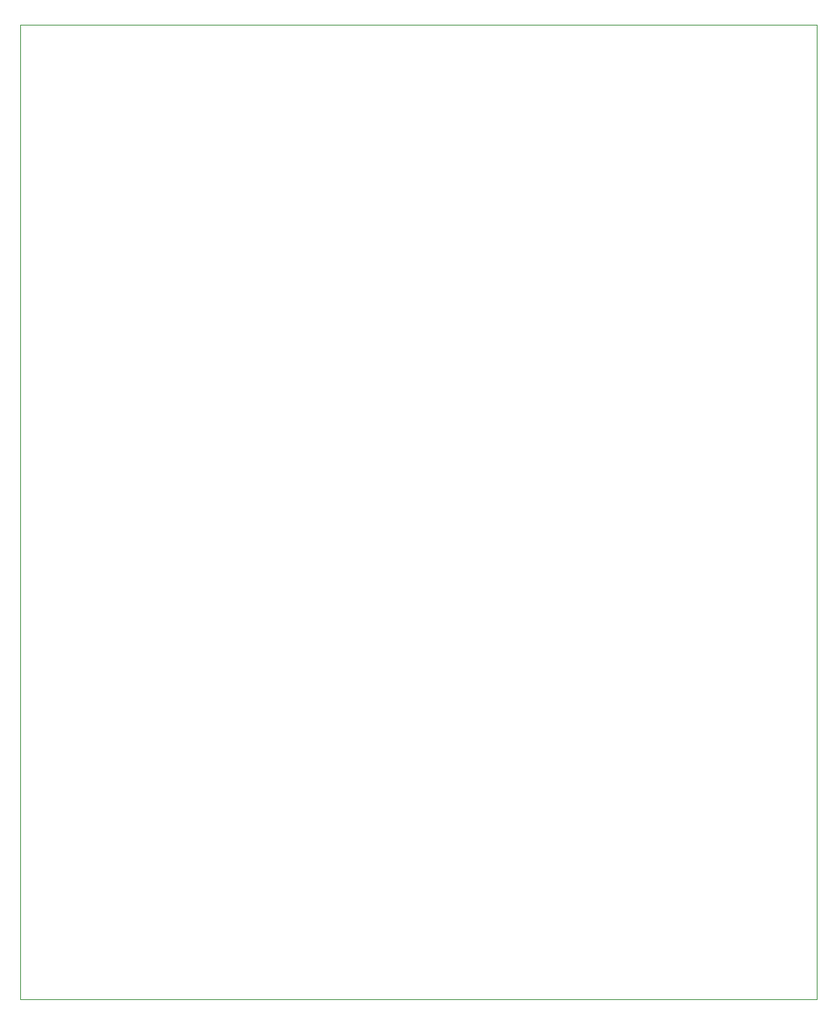
<source format=gbr>
%TF.GenerationSoftware,KiCad,Pcbnew,(5.99.0-12960-gccd3a1e6a9)*%
%TF.CreationDate,2021-11-17T23:12:53-08:00*%
%TF.ProjectId,Team2EpicDiceRoller,5465616d-3245-4706-9963-44696365526f,rev?*%
%TF.SameCoordinates,Original*%
%TF.FileFunction,Profile,NP*%
%FSLAX46Y46*%
G04 Gerber Fmt 4.6, Leading zero omitted, Abs format (unit mm)*
G04 Created by KiCad (PCBNEW (5.99.0-12960-gccd3a1e6a9)) date 2021-11-17 23:12:53*
%MOMM*%
%LPD*%
G01*
G04 APERTURE LIST*
%TA.AperFunction,Profile*%
%ADD10C,0.100000*%
%TD*%
G04 APERTURE END LIST*
D10*
X97012500Y-20000000D02*
X187012500Y-20000000D01*
X187012500Y-20000000D02*
X187012500Y-130000000D01*
X187012500Y-130000000D02*
X97012500Y-130000000D01*
X97012500Y-130000000D02*
X97012500Y-20000000D01*
M02*

</source>
